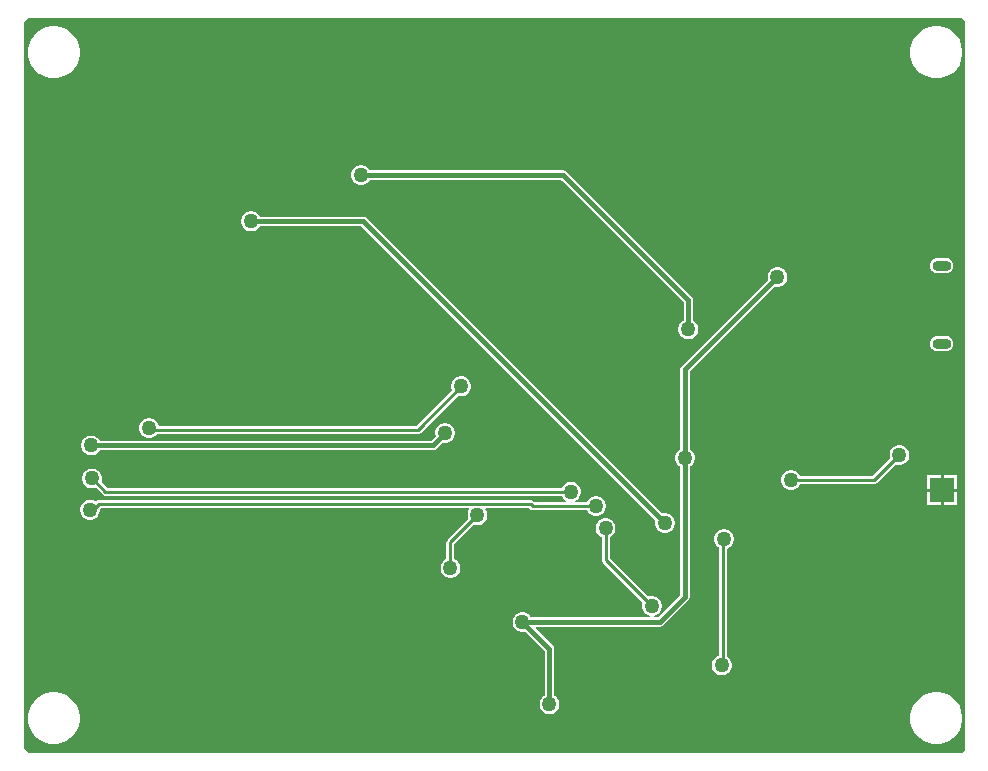
<source format=gbl>
G04*
G04 #@! TF.GenerationSoftware,Altium Limited,Altium Designer,22.0.2 (36)*
G04*
G04 Layer_Physical_Order=2*
G04 Layer_Color=16711680*
%FSLAX25Y25*%
%MOIN*%
G70*
G04*
G04 #@! TF.SameCoordinates,5FA20498-FCA4-4C69-A915-C1027814B975*
G04*
G04*
G04 #@! TF.FilePolarity,Positive*
G04*
G01*
G75*
%ADD12C,0.01000*%
%ADD31R,0.07874X0.07874*%
%ADD62C,0.01500*%
%ADD63O,0.06299X0.03543*%
%ADD64C,0.05000*%
G36*
X313802Y243699D02*
X313802Y1001D01*
X312799Y-1D01*
X1402Y-1D01*
X-1Y1402D01*
Y243299D01*
X1501Y244801D01*
X312699D01*
X313802Y243699D01*
D02*
G37*
%LPC*%
G36*
X305154Y242074D02*
X303446D01*
X301770Y241741D01*
X300191Y241087D01*
X298771Y240138D01*
X297563Y238929D01*
X296613Y237509D01*
X295959Y235930D01*
X295626Y234254D01*
Y232546D01*
X295959Y230870D01*
X296613Y229291D01*
X297563Y227871D01*
X298771Y226662D01*
X300191Y225713D01*
X301770Y225059D01*
X303446Y224726D01*
X305154D01*
X306830Y225059D01*
X308409Y225713D01*
X309829Y226662D01*
X311037Y227871D01*
X311987Y229291D01*
X312641Y230870D01*
X312974Y232546D01*
Y234254D01*
X312641Y235930D01*
X311987Y237509D01*
X311037Y238929D01*
X309829Y240138D01*
X308409Y241087D01*
X306830Y241741D01*
X305154Y242074D01*
D02*
G37*
G36*
X10954D02*
X9246D01*
X7570Y241741D01*
X5991Y241087D01*
X4571Y240138D01*
X3362Y238929D01*
X2413Y237509D01*
X1759Y235930D01*
X1426Y234254D01*
Y232546D01*
X1759Y230870D01*
X2413Y229291D01*
X3362Y227871D01*
X4571Y226662D01*
X5991Y225713D01*
X7570Y225059D01*
X9246Y224726D01*
X10954D01*
X12630Y225059D01*
X14209Y225713D01*
X15629Y226662D01*
X16838Y227871D01*
X17787Y229291D01*
X18441Y230870D01*
X18774Y232546D01*
Y234254D01*
X18441Y235930D01*
X17787Y237509D01*
X16838Y238929D01*
X15629Y240138D01*
X14209Y241087D01*
X12630Y241741D01*
X10954Y242074D01*
D02*
G37*
G36*
X307384Y164910D02*
X304628D01*
X303957Y164822D01*
X303331Y164563D01*
X302794Y164151D01*
X302382Y163613D01*
X302123Y162988D01*
X302034Y162317D01*
X302123Y161645D01*
X302382Y161020D01*
X302794Y160482D01*
X303331Y160070D01*
X303957Y159811D01*
X304628Y159723D01*
X307384D01*
X308056Y159811D01*
X308681Y160070D01*
X309218Y160482D01*
X309631Y161020D01*
X309890Y161645D01*
X309978Y162317D01*
X309890Y162988D01*
X309631Y163613D01*
X309218Y164151D01*
X308681Y164563D01*
X308056Y164822D01*
X307384Y164910D01*
D02*
G37*
G36*
X251734Y161900D02*
X250866D01*
X250026Y161675D01*
X249274Y161241D01*
X248659Y160626D01*
X248225Y159874D01*
X248000Y159034D01*
Y158166D01*
X248133Y157668D01*
X219383Y128918D01*
X219040Y128405D01*
X218920Y127800D01*
Y101198D01*
X218474Y100941D01*
X217859Y100326D01*
X217425Y99574D01*
X217200Y98734D01*
Y97865D01*
X217425Y97026D01*
X217859Y96274D01*
X218474Y95659D01*
X218920Y95402D01*
Y52555D01*
X211545Y45180D01*
X210200D01*
X210134Y45680D01*
X210674Y45825D01*
X211426Y46259D01*
X212041Y46874D01*
X212475Y47626D01*
X212700Y48466D01*
Y49334D01*
X212475Y50174D01*
X212041Y50926D01*
X211426Y51541D01*
X210674Y51975D01*
X209835Y52200D01*
X208965D01*
X208184Y51991D01*
X195326Y64849D01*
Y71855D01*
X196026Y72259D01*
X196641Y72874D01*
X197075Y73626D01*
X197300Y74466D01*
Y75335D01*
X197075Y76174D01*
X196641Y76926D01*
X196026Y77541D01*
X195274Y77975D01*
X194434Y78200D01*
X193566D01*
X192726Y77975D01*
X191974Y77541D01*
X191359Y76926D01*
X190925Y76174D01*
X190700Y75335D01*
Y74466D01*
X190925Y73626D01*
X191359Y72874D01*
X191974Y72259D01*
X192675Y71855D01*
Y64300D01*
X192775Y63793D01*
X193063Y63363D01*
X206309Y50116D01*
X206100Y49334D01*
Y48466D01*
X206325Y47626D01*
X206759Y46874D01*
X207374Y46259D01*
X208126Y45825D01*
X208666Y45680D01*
X208600Y45180D01*
X169198D01*
X168941Y45626D01*
X168326Y46241D01*
X167574Y46675D01*
X166734Y46900D01*
X165866D01*
X165026Y46675D01*
X164274Y46241D01*
X163659Y45626D01*
X163225Y44874D01*
X163000Y44034D01*
Y43166D01*
X163225Y42326D01*
X163659Y41574D01*
X164274Y40959D01*
X165026Y40525D01*
X165866Y40300D01*
X166734D01*
X167232Y40433D01*
X173720Y33945D01*
Y18998D01*
X173274Y18741D01*
X172659Y18126D01*
X172225Y17374D01*
X172000Y16534D01*
Y15665D01*
X172225Y14826D01*
X172659Y14074D01*
X173274Y13459D01*
X174026Y13025D01*
X174866Y12800D01*
X175734D01*
X176574Y13025D01*
X177326Y13459D01*
X177941Y14074D01*
X178375Y14826D01*
X178600Y15665D01*
Y16534D01*
X178375Y17374D01*
X177941Y18126D01*
X177326Y18741D01*
X176880Y18998D01*
Y34600D01*
X176760Y35205D01*
X176418Y35717D01*
X170577Y41558D01*
X170769Y42020D01*
X212200D01*
X212805Y42140D01*
X213317Y42483D01*
X221618Y50783D01*
X221960Y51295D01*
X222080Y51900D01*
Y95402D01*
X222526Y95659D01*
X223141Y96274D01*
X223575Y97026D01*
X223800Y97865D01*
Y98734D01*
X223575Y99574D01*
X223141Y100326D01*
X222526Y100941D01*
X222080Y101198D01*
Y127145D01*
X250368Y155433D01*
X250866Y155300D01*
X251734D01*
X252574Y155525D01*
X253326Y155959D01*
X253941Y156574D01*
X254375Y157326D01*
X254600Y158166D01*
Y159034D01*
X254375Y159874D01*
X253941Y160626D01*
X253326Y161241D01*
X252574Y161675D01*
X251734Y161900D01*
D02*
G37*
G36*
X112934Y195800D02*
X112066D01*
X111226Y195575D01*
X110474Y195141D01*
X109859Y194526D01*
X109425Y193774D01*
X109200Y192934D01*
Y192066D01*
X109425Y191226D01*
X109859Y190474D01*
X110474Y189859D01*
X111226Y189425D01*
X112066Y189200D01*
X112934D01*
X113774Y189425D01*
X114526Y189859D01*
X115141Y190474D01*
X115398Y190920D01*
X179245D01*
X220020Y150145D01*
Y143998D01*
X219574Y143741D01*
X218959Y143126D01*
X218525Y142374D01*
X218300Y141534D01*
Y140666D01*
X218525Y139826D01*
X218959Y139074D01*
X219574Y138459D01*
X220326Y138025D01*
X221165Y137800D01*
X222035D01*
X222874Y138025D01*
X223626Y138459D01*
X224241Y139074D01*
X224675Y139826D01*
X224900Y140666D01*
Y141534D01*
X224675Y142374D01*
X224241Y143126D01*
X223626Y143741D01*
X223180Y143998D01*
Y150800D01*
X223060Y151405D01*
X222717Y151918D01*
X181017Y193617D01*
X180505Y193960D01*
X179900Y194080D01*
X115398D01*
X115141Y194526D01*
X114526Y195141D01*
X113774Y195575D01*
X112934Y195800D01*
D02*
G37*
G36*
X307384Y138926D02*
X304628D01*
X303957Y138838D01*
X303331Y138579D01*
X302794Y138166D01*
X302382Y137629D01*
X302123Y137004D01*
X302034Y136332D01*
X302123Y135661D01*
X302382Y135035D01*
X302794Y134498D01*
X303331Y134086D01*
X303957Y133827D01*
X304628Y133738D01*
X307384D01*
X308056Y133827D01*
X308681Y134086D01*
X309218Y134498D01*
X309631Y135035D01*
X309890Y135661D01*
X309978Y136332D01*
X309890Y137004D01*
X309631Y137629D01*
X309218Y138166D01*
X308681Y138579D01*
X308056Y138838D01*
X307384Y138926D01*
D02*
G37*
G36*
X146334Y125400D02*
X145466D01*
X144626Y125175D01*
X143874Y124741D01*
X143259Y124126D01*
X142825Y123374D01*
X142600Y122534D01*
Y121666D01*
X142809Y120884D01*
X130851Y108925D01*
X45022D01*
X44875Y109474D01*
X44441Y110226D01*
X43826Y110841D01*
X43074Y111275D01*
X42234Y111500D01*
X41366D01*
X40526Y111275D01*
X39774Y110841D01*
X39159Y110226D01*
X38725Y109474D01*
X38500Y108634D01*
Y107766D01*
X38725Y106926D01*
X39159Y106174D01*
X39774Y105559D01*
X40526Y105125D01*
X41366Y104900D01*
X42234D01*
X43074Y105125D01*
X43826Y105559D01*
X44441Y106174D01*
X44499Y106274D01*
X131400D01*
X131907Y106375D01*
X132337Y106663D01*
X144684Y119009D01*
X145466Y118800D01*
X146334D01*
X147174Y119025D01*
X147926Y119459D01*
X148541Y120074D01*
X148975Y120826D01*
X149200Y121666D01*
Y122534D01*
X148975Y123374D01*
X148541Y124126D01*
X147926Y124741D01*
X147174Y125175D01*
X146334Y125400D01*
D02*
G37*
G36*
X140934Y109800D02*
X140066D01*
X139226Y109575D01*
X138474Y109141D01*
X137859Y108526D01*
X137425Y107774D01*
X137200Y106934D01*
Y106066D01*
X137333Y105568D01*
X135745Y103980D01*
X25498D01*
X25241Y104426D01*
X24626Y105041D01*
X23874Y105475D01*
X23034Y105700D01*
X22165D01*
X21326Y105475D01*
X20574Y105041D01*
X19959Y104426D01*
X19525Y103674D01*
X19300Y102834D01*
Y101965D01*
X19525Y101126D01*
X19959Y100374D01*
X20574Y99759D01*
X21326Y99325D01*
X22165Y99100D01*
X23034D01*
X23874Y99325D01*
X24626Y99759D01*
X25241Y100374D01*
X25498Y100820D01*
X136400D01*
X137005Y100940D01*
X137517Y101283D01*
X139568Y103333D01*
X140066Y103200D01*
X140934D01*
X141774Y103425D01*
X142526Y103859D01*
X143141Y104474D01*
X143575Y105226D01*
X143800Y106066D01*
Y106934D01*
X143575Y107774D01*
X143141Y108526D01*
X142526Y109141D01*
X141774Y109575D01*
X140934Y109800D01*
D02*
G37*
G36*
X292391Y102587D02*
X291522D01*
X290683Y102362D01*
X289930Y101928D01*
X289316Y101313D01*
X288881Y100561D01*
X288656Y99721D01*
Y98853D01*
X288866Y98071D01*
X282920Y92125D01*
X258845D01*
X258441Y92826D01*
X257826Y93441D01*
X257074Y93875D01*
X256235Y94100D01*
X255365D01*
X254526Y93875D01*
X253774Y93441D01*
X253159Y92826D01*
X252725Y92074D01*
X252500Y91234D01*
Y90365D01*
X252725Y89526D01*
X253159Y88774D01*
X253774Y88159D01*
X254526Y87725D01*
X255365Y87500D01*
X256235D01*
X257074Y87725D01*
X257826Y88159D01*
X258441Y88774D01*
X258845Y89474D01*
X283469D01*
X283976Y89575D01*
X284406Y89863D01*
X290740Y96197D01*
X291522Y95987D01*
X292391D01*
X293230Y96212D01*
X293983Y96646D01*
X294597Y97261D01*
X295031Y98013D01*
X295256Y98853D01*
Y99721D01*
X295031Y100561D01*
X294597Y101313D01*
X293983Y101928D01*
X293230Y102362D01*
X292391Y102587D01*
D02*
G37*
G36*
X311137Y92437D02*
X306700D01*
Y88000D01*
X311137D01*
Y92437D01*
D02*
G37*
G36*
X305700D02*
X301263D01*
Y88000D01*
X305700D01*
Y92437D01*
D02*
G37*
G36*
X23335Y94700D02*
X22466D01*
X21626Y94475D01*
X20874Y94041D01*
X20259Y93426D01*
X19825Y92674D01*
X19600Y91834D01*
Y90965D01*
X19825Y90126D01*
X20259Y89374D01*
X20874Y88759D01*
X21626Y88325D01*
X22466Y88100D01*
X23335D01*
X24116Y88309D01*
X26363Y86063D01*
X26793Y85775D01*
X27300Y85675D01*
X179355D01*
X179759Y84974D01*
X180374Y84359D01*
X180952Y84026D01*
X180818Y83526D01*
X170238D01*
X169926Y83837D01*
X169496Y84125D01*
X168989Y84225D01*
X25182D01*
X24675Y84125D01*
X24245Y83837D01*
X24114Y83706D01*
X23474Y84075D01*
X22635Y84300D01*
X21766D01*
X20926Y84075D01*
X20174Y83641D01*
X19559Y83026D01*
X19125Y82274D01*
X18900Y81435D01*
Y80566D01*
X19125Y79726D01*
X19559Y78974D01*
X20174Y78359D01*
X20926Y77925D01*
X21766Y77700D01*
X22635D01*
X23474Y77925D01*
X24226Y78359D01*
X24841Y78974D01*
X25275Y79726D01*
X25500Y80566D01*
Y81343D01*
X25731Y81574D01*
X148474D01*
X148510Y81486D01*
X148629Y81075D01*
X148225Y80374D01*
X148000Y79535D01*
Y78666D01*
X148209Y77884D01*
X141363Y71037D01*
X141075Y70607D01*
X140974Y70100D01*
Y64645D01*
X140274Y64241D01*
X139659Y63626D01*
X139225Y62874D01*
X139000Y62034D01*
Y61165D01*
X139225Y60326D01*
X139659Y59574D01*
X140274Y58959D01*
X141026Y58525D01*
X141866Y58300D01*
X142734D01*
X143574Y58525D01*
X144326Y58959D01*
X144941Y59574D01*
X145375Y60326D01*
X145600Y61165D01*
Y62034D01*
X145375Y62874D01*
X144941Y63626D01*
X144326Y64241D01*
X143625Y64645D01*
Y69551D01*
X150084Y76009D01*
X150866Y75800D01*
X151734D01*
X152574Y76025D01*
X153326Y76459D01*
X153941Y77074D01*
X154375Y77826D01*
X154600Y78666D01*
Y79535D01*
X154375Y80374D01*
X153971Y81075D01*
X154090Y81486D01*
X154126Y81574D01*
X168440D01*
X168752Y81263D01*
X169182Y80975D01*
X169689Y80875D01*
X187755D01*
X188159Y80174D01*
X188774Y79559D01*
X189526Y79125D01*
X190366Y78900D01*
X191234D01*
X192074Y79125D01*
X192826Y79559D01*
X193441Y80174D01*
X193875Y80926D01*
X194100Y81766D01*
Y82635D01*
X193875Y83474D01*
X193441Y84226D01*
X192826Y84841D01*
X192074Y85275D01*
X191234Y85500D01*
X190366D01*
X189526Y85275D01*
X188774Y84841D01*
X188159Y84226D01*
X187755Y83526D01*
X183982D01*
X183848Y84026D01*
X184426Y84359D01*
X185041Y84974D01*
X185475Y85726D01*
X185700Y86566D01*
Y87435D01*
X185475Y88274D01*
X185041Y89026D01*
X184426Y89641D01*
X183674Y90075D01*
X182834Y90300D01*
X181966D01*
X181126Y90075D01*
X180374Y89641D01*
X179759Y89026D01*
X179355Y88326D01*
X27849D01*
X25991Y90184D01*
X26200Y90965D01*
Y91834D01*
X25975Y92674D01*
X25541Y93426D01*
X24926Y94041D01*
X24174Y94475D01*
X23335Y94700D01*
D02*
G37*
G36*
X311137Y87000D02*
X306700D01*
Y82563D01*
X311137D01*
Y87000D01*
D02*
G37*
G36*
X305700D02*
X301263D01*
Y82563D01*
X305700D01*
Y87000D01*
D02*
G37*
G36*
X76235Y180400D02*
X75366D01*
X74526Y180175D01*
X73774Y179741D01*
X73159Y179126D01*
X72725Y178374D01*
X72500Y177534D01*
Y176666D01*
X72725Y175826D01*
X73159Y175074D01*
X73774Y174459D01*
X74526Y174025D01*
X75366Y173800D01*
X76235D01*
X77074Y174025D01*
X77826Y174459D01*
X78441Y175074D01*
X78698Y175520D01*
X112645D01*
X210633Y77532D01*
X210500Y77034D01*
Y76165D01*
X210725Y75326D01*
X211159Y74574D01*
X211774Y73959D01*
X212526Y73525D01*
X213366Y73300D01*
X214234D01*
X215074Y73525D01*
X215826Y73959D01*
X216441Y74574D01*
X216875Y75326D01*
X217100Y76165D01*
Y77034D01*
X216875Y77874D01*
X216441Y78626D01*
X215826Y79241D01*
X215074Y79675D01*
X214234Y79900D01*
X213366D01*
X212868Y79767D01*
X114418Y178217D01*
X113905Y178560D01*
X113300Y178680D01*
X78698D01*
X78441Y179126D01*
X77826Y179741D01*
X77074Y180175D01*
X76235Y180400D01*
D02*
G37*
G36*
X233934Y74500D02*
X233066D01*
X232226Y74275D01*
X231474Y73841D01*
X230859Y73226D01*
X230425Y72474D01*
X230200Y71635D01*
Y70766D01*
X230425Y69926D01*
X230859Y69174D01*
X231474Y68559D01*
X231774Y68386D01*
Y32268D01*
X231426Y32175D01*
X230674Y31741D01*
X230059Y31126D01*
X229625Y30374D01*
X229400Y29534D01*
Y28666D01*
X229625Y27826D01*
X230059Y27074D01*
X230674Y26459D01*
X231426Y26025D01*
X232265Y25800D01*
X233135D01*
X233974Y26025D01*
X234726Y26459D01*
X235341Y27074D01*
X235775Y27826D01*
X236000Y28666D01*
Y29534D01*
X235775Y30374D01*
X235341Y31126D01*
X234726Y31741D01*
X234425Y31914D01*
Y68032D01*
X234774Y68125D01*
X235526Y68559D01*
X236141Y69174D01*
X236575Y69926D01*
X236800Y70766D01*
Y71635D01*
X236575Y72474D01*
X236141Y73226D01*
X235526Y73841D01*
X234774Y74275D01*
X233934Y74500D01*
D02*
G37*
G36*
X305154Y20174D02*
X303446D01*
X301770Y19841D01*
X300191Y19187D01*
X298771Y18237D01*
X297563Y17029D01*
X296613Y15609D01*
X295959Y14030D01*
X295626Y12354D01*
Y10646D01*
X295959Y8970D01*
X296613Y7391D01*
X297563Y5971D01*
X298771Y4763D01*
X300191Y3813D01*
X301770Y3159D01*
X303446Y2826D01*
X305154D01*
X306830Y3159D01*
X308409Y3813D01*
X309829Y4763D01*
X311037Y5971D01*
X311987Y7391D01*
X312641Y8970D01*
X312974Y10646D01*
Y12354D01*
X312641Y14030D01*
X311987Y15609D01*
X311037Y17029D01*
X309829Y18237D01*
X308409Y19187D01*
X306830Y19841D01*
X305154Y20174D01*
D02*
G37*
G36*
X10954D02*
X9246D01*
X7570Y19841D01*
X5991Y19187D01*
X4571Y18237D01*
X3362Y17029D01*
X2413Y15609D01*
X1759Y14030D01*
X1426Y12354D01*
Y10646D01*
X1759Y8970D01*
X2413Y7391D01*
X3362Y5971D01*
X4571Y4763D01*
X5991Y3813D01*
X7570Y3159D01*
X9246Y2826D01*
X10954D01*
X12630Y3159D01*
X14209Y3813D01*
X15629Y4763D01*
X16838Y5971D01*
X17787Y7391D01*
X18441Y8970D01*
X18774Y10646D01*
Y12354D01*
X18441Y14030D01*
X17787Y15609D01*
X16838Y17029D01*
X15629Y18237D01*
X14209Y19187D01*
X12630Y19841D01*
X10954Y20174D01*
D02*
G37*
%LPD*%
D12*
X283469Y90800D02*
X291956Y99287D01*
X255800Y90800D02*
X283469D01*
X194000Y64300D02*
Y74900D01*
Y64300D02*
X209400Y48900D01*
X233100Y29500D02*
Y70800D01*
X232700Y29100D02*
X233100Y29500D01*
Y70800D02*
X233500Y71200D01*
X42400Y107600D02*
X131400D01*
X41800Y108200D02*
X42400Y107600D01*
X131400D02*
X145900Y122100D01*
X168989Y82900D02*
X169689Y82200D01*
X22200Y81000D02*
X23282D01*
X169689Y82200D02*
X190800D01*
X25182Y82900D02*
X168989D01*
X23282Y81000D02*
X25182Y82900D01*
X27300Y87000D02*
X182400D01*
X22900Y91400D02*
X27300Y87000D01*
X142300Y70100D02*
X151300Y79100D01*
X142300Y61600D02*
Y70100D01*
D31*
X306200Y87500D02*
D03*
D62*
X112500Y192500D02*
X179900D01*
X221600Y141100D02*
Y150800D01*
X179900Y192500D02*
X221600Y150800D01*
X220500Y127800D02*
X251300Y158600D01*
X220500Y98300D02*
Y127800D01*
X166300Y43600D02*
X212200D01*
X220500Y51900D02*
Y98300D01*
X212200Y43600D02*
X220500Y51900D01*
X22600Y102400D02*
X136400D01*
X140500Y106500D01*
X75800Y177100D02*
X113300D01*
X213800Y76600D01*
X175300Y16100D02*
Y34600D01*
X166300Y43600D02*
X175300Y34600D01*
D63*
X306006Y136332D02*
D03*
Y162317D02*
D03*
D64*
X221600Y141100D02*
D03*
X112500Y192500D02*
D03*
X291956Y99287D02*
D03*
X255800Y90800D02*
D03*
X209400Y48900D02*
D03*
X194000Y74900D02*
D03*
X232700Y29100D02*
D03*
X233500Y71200D02*
D03*
X220500Y98300D02*
D03*
X41800Y108200D02*
D03*
X145900Y122100D02*
D03*
X140500Y106500D02*
D03*
X22200Y81000D02*
D03*
X190800Y82200D02*
D03*
X182400Y87000D02*
D03*
X22900Y91400D02*
D03*
X22600Y102400D02*
D03*
X75800Y177100D02*
D03*
X213800Y76600D02*
D03*
X251300Y158600D02*
D03*
X175300Y16100D02*
D03*
X166300Y43600D02*
D03*
X142300Y61600D02*
D03*
X151300Y79100D02*
D03*
M02*

</source>
